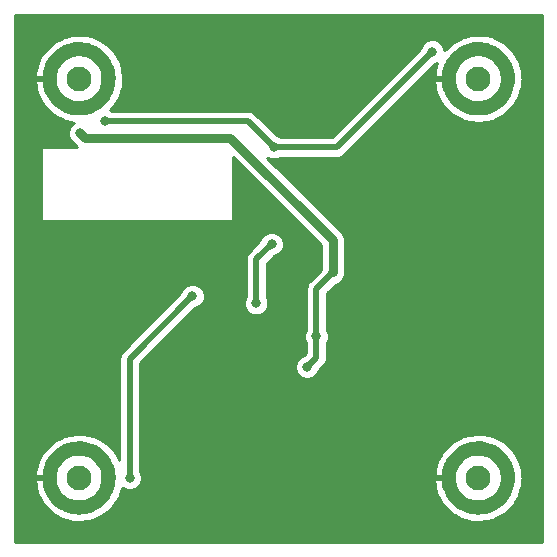
<source format=gbr>
G04 #@! TF.GenerationSoftware,KiCad,Pcbnew,(6.0.0-rc1-dev-557-ge985f797c)*
G04 #@! TF.CreationDate,2018-10-28T11:13:31+01:00*
G04 #@! TF.ProjectId,GIRA ESP8266 Jalousiesteuerung,474952412045535038323636204A616C,1.0*
G04 #@! TF.SameCoordinates,Original*
G04 #@! TF.FileFunction,Copper,L2,Bot,Signal*
G04 #@! TF.FilePolarity,Positive*
%FSLAX46Y46*%
G04 Gerber Fmt 4.6, Leading zero omitted, Abs format (unit mm)*
G04 Created by KiCad (PCBNEW (6.0.0-rc1-dev-557-ge985f797c)) date 10/28/18 11:13:31*
%MOMM*%
%LPD*%
G01*
G04 APERTURE LIST*
G04 #@! TA.AperFunction,SMDPad,CuDef*
%ADD10C,1.000000*%
G04 #@! TD*
G04 #@! TA.AperFunction,Conductor*
%ADD11C,0.100000*%
G04 #@! TD*
G04 #@! TA.AperFunction,ComponentPad*
%ADD12C,2.100000*%
G04 #@! TD*
G04 #@! TA.AperFunction,ViaPad*
%ADD13C,0.800000*%
G04 #@! TD*
G04 #@! TA.AperFunction,Conductor*
%ADD14C,0.500000*%
G04 #@! TD*
G04 #@! TA.AperFunction,Conductor*
%ADD15C,0.750000*%
G04 #@! TD*
G04 #@! TA.AperFunction,Conductor*
%ADD16C,0.254000*%
G04 #@! TD*
G04 APERTURE END LIST*
D10*
G04 #@! TO.P,S1,2*
G04 #@! TO.N,GND*
X53600000Y-56100000D03*
D11*
G04 #@! TD*
G04 #@! TO.N,GND*
G04 #@! TO.C,S1*
G36*
X56337829Y-53009136D02*
X56638309Y-53047096D01*
X56933651Y-53114196D01*
X57221036Y-53209796D01*
X57497720Y-53332984D01*
X57761063Y-53482583D01*
X58008551Y-53657167D01*
X58237821Y-53855067D01*
X58446685Y-54074396D01*
X58633149Y-54313060D01*
X58795434Y-54568780D01*
X58931991Y-54839116D01*
X59041516Y-55121488D01*
X59122963Y-55413200D01*
X59175556Y-55711467D01*
X59198791Y-56013443D01*
X59200000Y-56100000D01*
X59185205Y-56402507D01*
X59140961Y-56702126D01*
X59067690Y-56995999D01*
X58966093Y-57281318D01*
X58837138Y-57555362D01*
X58682056Y-57815514D01*
X58502328Y-58059291D01*
X58299669Y-58284366D01*
X58076014Y-58488591D01*
X57833498Y-58670016D01*
X57574435Y-58826911D01*
X57301298Y-58957776D01*
X57016695Y-59061363D01*
X56723342Y-59136683D01*
X56424038Y-59183018D01*
X56121642Y-59199924D01*
X55819039Y-59187242D01*
X55519118Y-59145090D01*
X55224741Y-59073873D01*
X54938720Y-58974270D01*
X54663782Y-58847231D01*
X54402554Y-58693969D01*
X54157528Y-58515948D01*
X53931044Y-58314865D01*
X53725262Y-58092642D01*
X53542148Y-57851398D01*
X53383449Y-57593436D01*
X53250680Y-57321220D01*
X53145109Y-57037347D01*
X53067742Y-56744526D01*
X53019319Y-56445554D01*
X53000302Y-56143283D01*
X53002739Y-56073472D01*
X54200185Y-56073472D01*
X54206664Y-56258988D01*
X54231214Y-56442986D01*
X54273603Y-56623711D01*
X54333425Y-56799437D01*
X54410109Y-56968486D01*
X54502923Y-57129246D01*
X54610982Y-57280181D01*
X54733254Y-57419851D01*
X54868572Y-57546923D01*
X55015644Y-57660183D01*
X55173067Y-57758552D01*
X55339337Y-57841089D01*
X55512868Y-57907007D01*
X55692003Y-57955677D01*
X55875032Y-57986634D01*
X56060209Y-57999583D01*
X56245766Y-57994400D01*
X56429932Y-57971135D01*
X56610948Y-57930009D01*
X56787087Y-57871415D01*
X56956667Y-57795913D01*
X57118071Y-57704223D01*
X57269757Y-57597220D01*
X57410277Y-57475927D01*
X57538291Y-57341499D01*
X57652575Y-57195221D01*
X57752040Y-57038490D01*
X57835736Y-56872800D01*
X57902864Y-56699733D01*
X57952784Y-56520942D01*
X57985018Y-56338133D01*
X57999259Y-56153051D01*
X58000000Y-56100000D01*
X57990932Y-55914592D01*
X57963815Y-55730955D01*
X57918907Y-55550840D01*
X57856637Y-55375966D01*
X57777600Y-55208004D01*
X57682550Y-55048556D01*
X57572395Y-54899144D01*
X57448184Y-54761195D01*
X57311106Y-54636025D01*
X57162467Y-54524829D01*
X57003686Y-54428668D01*
X56836280Y-54348460D01*
X56661845Y-54284971D01*
X56482048Y-54238807D01*
X56298604Y-54210408D01*
X56113264Y-54200046D01*
X55927798Y-54207820D01*
X55743976Y-54233654D01*
X55563551Y-54277303D01*
X55388247Y-54338351D01*
X55219738Y-54416213D01*
X55059630Y-54510148D01*
X54909453Y-54619258D01*
X54770640Y-54742502D01*
X54644516Y-54878704D01*
X54532284Y-55026563D01*
X54435017Y-55184668D01*
X54353643Y-55351510D01*
X54288938Y-55525497D01*
X54241520Y-55704968D01*
X54211841Y-55888209D01*
X54200185Y-56073472D01*
X53002739Y-56073472D01*
X53010872Y-55840599D01*
X53050928Y-55540391D01*
X53120089Y-55245524D01*
X53217693Y-54958814D01*
X53342809Y-54682996D01*
X53494244Y-54420705D01*
X53670550Y-54174442D01*
X53870047Y-53946559D01*
X54090828Y-53739231D01*
X54330788Y-53554437D01*
X54587635Y-53393942D01*
X54858918Y-53259276D01*
X55142047Y-53151725D01*
X55434320Y-53072316D01*
X55732948Y-53021807D01*
X56035078Y-53000680D01*
X56337829Y-53009136D01*
X56337829Y-53009136D01*
G37*
D12*
G04 #@! TO.P,S1,1*
G04 #@! TO.N,Net-(S1-Pad1)*
X56100000Y-56100000D03*
G04 #@! TD*
D10*
G04 #@! TO.P,S2,2*
G04 #@! TO.N,GND*
X87400000Y-56100000D03*
D11*
G04 #@! TD*
G04 #@! TO.N,GND*
G04 #@! TO.C,S2*
G36*
X90137829Y-53009136D02*
X90438309Y-53047096D01*
X90733651Y-53114196D01*
X91021036Y-53209796D01*
X91297720Y-53332984D01*
X91561063Y-53482583D01*
X91808551Y-53657167D01*
X92037821Y-53855067D01*
X92246685Y-54074396D01*
X92433149Y-54313060D01*
X92595434Y-54568780D01*
X92731991Y-54839116D01*
X92841516Y-55121488D01*
X92922963Y-55413200D01*
X92975556Y-55711467D01*
X92998791Y-56013443D01*
X93000000Y-56100000D01*
X92985205Y-56402507D01*
X92940961Y-56702126D01*
X92867690Y-56995999D01*
X92766093Y-57281318D01*
X92637138Y-57555362D01*
X92482056Y-57815514D01*
X92302328Y-58059291D01*
X92099669Y-58284366D01*
X91876014Y-58488591D01*
X91633498Y-58670016D01*
X91374435Y-58826911D01*
X91101298Y-58957776D01*
X90816695Y-59061363D01*
X90523342Y-59136683D01*
X90224038Y-59183018D01*
X89921642Y-59199924D01*
X89619039Y-59187242D01*
X89319118Y-59145090D01*
X89024741Y-59073873D01*
X88738720Y-58974270D01*
X88463782Y-58847231D01*
X88202554Y-58693969D01*
X87957528Y-58515948D01*
X87731044Y-58314865D01*
X87525262Y-58092642D01*
X87342148Y-57851398D01*
X87183449Y-57593436D01*
X87050680Y-57321220D01*
X86945109Y-57037347D01*
X86867742Y-56744526D01*
X86819319Y-56445554D01*
X86800302Y-56143283D01*
X86802739Y-56073472D01*
X88000185Y-56073472D01*
X88006664Y-56258988D01*
X88031214Y-56442986D01*
X88073603Y-56623711D01*
X88133425Y-56799437D01*
X88210109Y-56968486D01*
X88302923Y-57129246D01*
X88410982Y-57280181D01*
X88533254Y-57419851D01*
X88668572Y-57546923D01*
X88815644Y-57660183D01*
X88973067Y-57758552D01*
X89139337Y-57841089D01*
X89312868Y-57907007D01*
X89492003Y-57955677D01*
X89675032Y-57986634D01*
X89860209Y-57999583D01*
X90045766Y-57994400D01*
X90229932Y-57971135D01*
X90410948Y-57930009D01*
X90587087Y-57871415D01*
X90756667Y-57795913D01*
X90918071Y-57704223D01*
X91069757Y-57597220D01*
X91210277Y-57475927D01*
X91338291Y-57341499D01*
X91452575Y-57195221D01*
X91552040Y-57038490D01*
X91635736Y-56872800D01*
X91702864Y-56699733D01*
X91752784Y-56520942D01*
X91785018Y-56338133D01*
X91799259Y-56153051D01*
X91800000Y-56100000D01*
X91790932Y-55914592D01*
X91763815Y-55730955D01*
X91718907Y-55550840D01*
X91656637Y-55375966D01*
X91577600Y-55208004D01*
X91482550Y-55048556D01*
X91372395Y-54899144D01*
X91248184Y-54761195D01*
X91111106Y-54636025D01*
X90962467Y-54524829D01*
X90803686Y-54428668D01*
X90636280Y-54348460D01*
X90461845Y-54284971D01*
X90282048Y-54238807D01*
X90098604Y-54210408D01*
X89913264Y-54200046D01*
X89727798Y-54207820D01*
X89543976Y-54233654D01*
X89363551Y-54277303D01*
X89188247Y-54338351D01*
X89019738Y-54416213D01*
X88859630Y-54510148D01*
X88709453Y-54619258D01*
X88570640Y-54742502D01*
X88444516Y-54878704D01*
X88332284Y-55026563D01*
X88235017Y-55184668D01*
X88153643Y-55351510D01*
X88088938Y-55525497D01*
X88041520Y-55704968D01*
X88011841Y-55888209D01*
X88000185Y-56073472D01*
X86802739Y-56073472D01*
X86810872Y-55840599D01*
X86850928Y-55540391D01*
X86920089Y-55245524D01*
X87017693Y-54958814D01*
X87142809Y-54682996D01*
X87294244Y-54420705D01*
X87470550Y-54174442D01*
X87670047Y-53946559D01*
X87890828Y-53739231D01*
X88130788Y-53554437D01*
X88387635Y-53393942D01*
X88658918Y-53259276D01*
X88942047Y-53151725D01*
X89234320Y-53072316D01*
X89532948Y-53021807D01*
X89835078Y-53000680D01*
X90137829Y-53009136D01*
X90137829Y-53009136D01*
G37*
D12*
G04 #@! TO.P,S2,1*
G04 #@! TO.N,Net-(S1-Pad1)*
X89900000Y-56100000D03*
G04 #@! TD*
D10*
G04 #@! TO.P,S3,2*
G04 #@! TO.N,GND*
X53600000Y-89900000D03*
D11*
G04 #@! TD*
G04 #@! TO.N,GND*
G04 #@! TO.C,S3*
G36*
X56337829Y-86809136D02*
X56638309Y-86847096D01*
X56933651Y-86914196D01*
X57221036Y-87009796D01*
X57497720Y-87132984D01*
X57761063Y-87282583D01*
X58008551Y-87457167D01*
X58237821Y-87655067D01*
X58446685Y-87874396D01*
X58633149Y-88113060D01*
X58795434Y-88368780D01*
X58931991Y-88639116D01*
X59041516Y-88921488D01*
X59122963Y-89213200D01*
X59175556Y-89511467D01*
X59198791Y-89813443D01*
X59200000Y-89900000D01*
X59185205Y-90202507D01*
X59140961Y-90502126D01*
X59067690Y-90795999D01*
X58966093Y-91081318D01*
X58837138Y-91355362D01*
X58682056Y-91615514D01*
X58502328Y-91859291D01*
X58299669Y-92084366D01*
X58076014Y-92288591D01*
X57833498Y-92470016D01*
X57574435Y-92626911D01*
X57301298Y-92757776D01*
X57016695Y-92861363D01*
X56723342Y-92936683D01*
X56424038Y-92983018D01*
X56121642Y-92999924D01*
X55819039Y-92987242D01*
X55519118Y-92945090D01*
X55224741Y-92873873D01*
X54938720Y-92774270D01*
X54663782Y-92647231D01*
X54402554Y-92493969D01*
X54157528Y-92315948D01*
X53931044Y-92114865D01*
X53725262Y-91892642D01*
X53542148Y-91651398D01*
X53383449Y-91393436D01*
X53250680Y-91121220D01*
X53145109Y-90837347D01*
X53067742Y-90544526D01*
X53019319Y-90245554D01*
X53000302Y-89943283D01*
X53002739Y-89873472D01*
X54200185Y-89873472D01*
X54206664Y-90058988D01*
X54231214Y-90242986D01*
X54273603Y-90423711D01*
X54333425Y-90599437D01*
X54410109Y-90768486D01*
X54502923Y-90929246D01*
X54610982Y-91080181D01*
X54733254Y-91219851D01*
X54868572Y-91346923D01*
X55015644Y-91460183D01*
X55173067Y-91558552D01*
X55339337Y-91641089D01*
X55512868Y-91707007D01*
X55692003Y-91755677D01*
X55875032Y-91786634D01*
X56060209Y-91799583D01*
X56245766Y-91794400D01*
X56429932Y-91771135D01*
X56610948Y-91730009D01*
X56787087Y-91671415D01*
X56956667Y-91595913D01*
X57118071Y-91504223D01*
X57269757Y-91397220D01*
X57410277Y-91275927D01*
X57538291Y-91141499D01*
X57652575Y-90995221D01*
X57752040Y-90838490D01*
X57835736Y-90672800D01*
X57902864Y-90499733D01*
X57952784Y-90320942D01*
X57985018Y-90138133D01*
X57999259Y-89953051D01*
X58000000Y-89900000D01*
X57990932Y-89714592D01*
X57963815Y-89530955D01*
X57918907Y-89350840D01*
X57856637Y-89175966D01*
X57777600Y-89008004D01*
X57682550Y-88848556D01*
X57572395Y-88699144D01*
X57448184Y-88561195D01*
X57311106Y-88436025D01*
X57162467Y-88324829D01*
X57003686Y-88228668D01*
X56836280Y-88148460D01*
X56661845Y-88084971D01*
X56482048Y-88038807D01*
X56298604Y-88010408D01*
X56113264Y-88000046D01*
X55927798Y-88007820D01*
X55743976Y-88033654D01*
X55563551Y-88077303D01*
X55388247Y-88138351D01*
X55219738Y-88216213D01*
X55059630Y-88310148D01*
X54909453Y-88419258D01*
X54770640Y-88542502D01*
X54644516Y-88678704D01*
X54532284Y-88826563D01*
X54435017Y-88984668D01*
X54353643Y-89151510D01*
X54288938Y-89325497D01*
X54241520Y-89504968D01*
X54211841Y-89688209D01*
X54200185Y-89873472D01*
X53002739Y-89873472D01*
X53010872Y-89640599D01*
X53050928Y-89340391D01*
X53120089Y-89045524D01*
X53217693Y-88758814D01*
X53342809Y-88482996D01*
X53494244Y-88220705D01*
X53670550Y-87974442D01*
X53870047Y-87746559D01*
X54090828Y-87539231D01*
X54330788Y-87354437D01*
X54587635Y-87193942D01*
X54858918Y-87059276D01*
X55142047Y-86951725D01*
X55434320Y-86872316D01*
X55732948Y-86821807D01*
X56035078Y-86800680D01*
X56337829Y-86809136D01*
X56337829Y-86809136D01*
G37*
D12*
G04 #@! TO.P,S3,1*
G04 #@! TO.N,Net-(S3-Pad1)*
X56100000Y-89900000D03*
G04 #@! TD*
D10*
G04 #@! TO.P,S4,2*
G04 #@! TO.N,GND*
X87400000Y-89900000D03*
D11*
G04 #@! TD*
G04 #@! TO.N,GND*
G04 #@! TO.C,S4*
G36*
X90137829Y-86809136D02*
X90438309Y-86847096D01*
X90733651Y-86914196D01*
X91021036Y-87009796D01*
X91297720Y-87132984D01*
X91561063Y-87282583D01*
X91808551Y-87457167D01*
X92037821Y-87655067D01*
X92246685Y-87874396D01*
X92433149Y-88113060D01*
X92595434Y-88368780D01*
X92731991Y-88639116D01*
X92841516Y-88921488D01*
X92922963Y-89213200D01*
X92975556Y-89511467D01*
X92998791Y-89813443D01*
X93000000Y-89900000D01*
X92985205Y-90202507D01*
X92940961Y-90502126D01*
X92867690Y-90795999D01*
X92766093Y-91081318D01*
X92637138Y-91355362D01*
X92482056Y-91615514D01*
X92302328Y-91859291D01*
X92099669Y-92084366D01*
X91876014Y-92288591D01*
X91633498Y-92470016D01*
X91374435Y-92626911D01*
X91101298Y-92757776D01*
X90816695Y-92861363D01*
X90523342Y-92936683D01*
X90224038Y-92983018D01*
X89921642Y-92999924D01*
X89619039Y-92987242D01*
X89319118Y-92945090D01*
X89024741Y-92873873D01*
X88738720Y-92774270D01*
X88463782Y-92647231D01*
X88202554Y-92493969D01*
X87957528Y-92315948D01*
X87731044Y-92114865D01*
X87525262Y-91892642D01*
X87342148Y-91651398D01*
X87183449Y-91393436D01*
X87050680Y-91121220D01*
X86945109Y-90837347D01*
X86867742Y-90544526D01*
X86819319Y-90245554D01*
X86800302Y-89943283D01*
X86802739Y-89873472D01*
X88000185Y-89873472D01*
X88006664Y-90058988D01*
X88031214Y-90242986D01*
X88073603Y-90423711D01*
X88133425Y-90599437D01*
X88210109Y-90768486D01*
X88302923Y-90929246D01*
X88410982Y-91080181D01*
X88533254Y-91219851D01*
X88668572Y-91346923D01*
X88815644Y-91460183D01*
X88973067Y-91558552D01*
X89139337Y-91641089D01*
X89312868Y-91707007D01*
X89492003Y-91755677D01*
X89675032Y-91786634D01*
X89860209Y-91799583D01*
X90045766Y-91794400D01*
X90229932Y-91771135D01*
X90410948Y-91730009D01*
X90587087Y-91671415D01*
X90756667Y-91595913D01*
X90918071Y-91504223D01*
X91069757Y-91397220D01*
X91210277Y-91275927D01*
X91338291Y-91141499D01*
X91452575Y-90995221D01*
X91552040Y-90838490D01*
X91635736Y-90672800D01*
X91702864Y-90499733D01*
X91752784Y-90320942D01*
X91785018Y-90138133D01*
X91799259Y-89953051D01*
X91800000Y-89900000D01*
X91790932Y-89714592D01*
X91763815Y-89530955D01*
X91718907Y-89350840D01*
X91656637Y-89175966D01*
X91577600Y-89008004D01*
X91482550Y-88848556D01*
X91372395Y-88699144D01*
X91248184Y-88561195D01*
X91111106Y-88436025D01*
X90962467Y-88324829D01*
X90803686Y-88228668D01*
X90636280Y-88148460D01*
X90461845Y-88084971D01*
X90282048Y-88038807D01*
X90098604Y-88010408D01*
X89913264Y-88000046D01*
X89727798Y-88007820D01*
X89543976Y-88033654D01*
X89363551Y-88077303D01*
X89188247Y-88138351D01*
X89019738Y-88216213D01*
X88859630Y-88310148D01*
X88709453Y-88419258D01*
X88570640Y-88542502D01*
X88444516Y-88678704D01*
X88332284Y-88826563D01*
X88235017Y-88984668D01*
X88153643Y-89151510D01*
X88088938Y-89325497D01*
X88041520Y-89504968D01*
X88011841Y-89688209D01*
X88000185Y-89873472D01*
X86802739Y-89873472D01*
X86810872Y-89640599D01*
X86850928Y-89340391D01*
X86920089Y-89045524D01*
X87017693Y-88758814D01*
X87142809Y-88482996D01*
X87294244Y-88220705D01*
X87470550Y-87974442D01*
X87670047Y-87746559D01*
X87890828Y-87539231D01*
X88130788Y-87354437D01*
X88387635Y-87193942D01*
X88658918Y-87059276D01*
X88942047Y-86951725D01*
X89234320Y-86872316D01*
X89532948Y-86821807D01*
X89835078Y-86800680D01*
X90137829Y-86809136D01*
X90137829Y-86809136D01*
G37*
D12*
G04 #@! TO.P,S4,1*
G04 #@! TO.N,Net-(S3-Pad1)*
X89900000Y-89900000D03*
G04 #@! TD*
D13*
G04 #@! TO.N,GND*
X56000000Y-52000000D03*
X90000000Y-52000000D03*
X90000000Y-85600000D03*
X52500000Y-87500000D03*
X68000000Y-57000000D03*
X62500000Y-57500000D03*
G04 #@! TO.N,+3V3*
X76200000Y-77900000D03*
X77600000Y-72500000D03*
X56200000Y-60700000D03*
X75400000Y-80500000D03*
G04 #@! TO.N,Net-(S1-Pad1)*
X86000000Y-53800000D03*
X72600000Y-61900000D03*
X72400000Y-70100000D03*
X71100000Y-75100000D03*
X58300000Y-59700000D03*
G04 #@! TO.N,Net-(S3-Pad1)*
X60400000Y-89900000D03*
X65700000Y-74500000D03*
G04 #@! TD*
D14*
G04 #@! TO.N,GND*
X87400000Y-89900000D02*
X85200000Y-89900000D01*
X53600000Y-89900000D02*
X51700000Y-89900000D01*
X53600000Y-56100000D02*
X51900000Y-56100000D01*
X87400000Y-56100000D02*
X85700000Y-56100000D01*
G04 #@! TO.N,+3V3*
X76200000Y-77900000D02*
X76200000Y-73900000D01*
X76200000Y-73900000D02*
X77600000Y-72500000D01*
D15*
X77600000Y-71934315D02*
X77600000Y-72500000D01*
X77600000Y-69786810D02*
X77600000Y-71934315D01*
X68913189Y-61099999D02*
X77600000Y-69786810D01*
X56599999Y-61099999D02*
X68913189Y-61099999D01*
X56200000Y-60700000D02*
X56599999Y-61099999D01*
D14*
X76200000Y-79700000D02*
X75400000Y-80500000D01*
X76200000Y-77900000D02*
X76200000Y-79700000D01*
G04 #@! TO.N,Net-(S1-Pad1)*
X86000000Y-53800000D02*
X77900000Y-61900000D01*
X77900000Y-61900000D02*
X72600000Y-61900000D01*
X72400000Y-70100000D02*
X71100000Y-71400000D01*
X71100000Y-71400000D02*
X71100000Y-75100000D01*
X70400000Y-59700000D02*
X72600000Y-61900000D01*
X58300000Y-59700000D02*
X70400000Y-59700000D01*
G04 #@! TO.N,Net-(S3-Pad1)*
X60400000Y-89900000D02*
X60400000Y-79800000D01*
X60400000Y-79800000D02*
X65700000Y-74500000D01*
G04 #@! TD*
D16*
G04 #@! TO.N,GND*
G36*
X95340001Y-95340000D02*
X50660000Y-95340000D01*
X50660000Y-89889108D01*
X52355133Y-89889108D01*
X52356897Y-90015452D01*
X52424337Y-90616695D01*
X52450608Y-90740292D01*
X52633546Y-91316986D01*
X52683324Y-91433127D01*
X52974792Y-91963305D01*
X53046181Y-92067565D01*
X53435077Y-92531032D01*
X53525355Y-92619439D01*
X53996865Y-92998543D01*
X54102597Y-93067733D01*
X54638763Y-93348034D01*
X54755921Y-93395368D01*
X55336319Y-93566188D01*
X55460439Y-93589865D01*
X56062963Y-93644699D01*
X56189318Y-93643817D01*
X56791018Y-93580576D01*
X56914795Y-93555169D01*
X57492751Y-93376262D01*
X57609237Y-93327295D01*
X58141437Y-93039535D01*
X58246192Y-92968877D01*
X58712363Y-92583227D01*
X58801399Y-92493567D01*
X59183786Y-92024715D01*
X59253712Y-91919469D01*
X59537749Y-91385273D01*
X59585900Y-91268448D01*
X59752600Y-90716311D01*
X59813720Y-90777431D01*
X60194126Y-90935000D01*
X60605874Y-90935000D01*
X60986280Y-90777431D01*
X61277431Y-90486280D01*
X61435000Y-90105874D01*
X61435000Y-89889108D01*
X86155133Y-89889108D01*
X86156897Y-90015452D01*
X86224337Y-90616695D01*
X86250608Y-90740292D01*
X86433546Y-91316986D01*
X86483324Y-91433127D01*
X86774792Y-91963305D01*
X86846181Y-92067565D01*
X87235077Y-92531032D01*
X87325355Y-92619439D01*
X87796865Y-92998543D01*
X87902597Y-93067733D01*
X88438763Y-93348034D01*
X88555921Y-93395368D01*
X89136319Y-93566188D01*
X89260439Y-93589865D01*
X89862963Y-93644699D01*
X89989318Y-93643817D01*
X90591018Y-93580576D01*
X90714795Y-93555169D01*
X91292751Y-93376262D01*
X91409237Y-93327295D01*
X91941437Y-93039535D01*
X92046192Y-92968877D01*
X92512363Y-92583227D01*
X92601399Y-92493567D01*
X92983786Y-92024715D01*
X93053712Y-91919469D01*
X93337749Y-91385273D01*
X93385900Y-91268448D01*
X93560768Y-90689256D01*
X93585311Y-90565305D01*
X93644350Y-89963179D01*
X93647377Y-89890958D01*
X93646168Y-89804401D01*
X93641126Y-89732298D01*
X93565298Y-89132055D01*
X93537303Y-89008837D01*
X93346331Y-88434753D01*
X93294937Y-88319318D01*
X92996095Y-87793262D01*
X92923258Y-87690010D01*
X92527930Y-87232017D01*
X92436425Y-87144877D01*
X91959667Y-86772393D01*
X91852979Y-86704687D01*
X91312952Y-86431900D01*
X91195145Y-86386206D01*
X90612418Y-86223506D01*
X90487980Y-86201564D01*
X89884749Y-86155148D01*
X89758419Y-86157794D01*
X89157661Y-86229430D01*
X89034249Y-86256564D01*
X88458847Y-86443524D01*
X88343059Y-86494111D01*
X87814929Y-86789272D01*
X87711169Y-86861387D01*
X87250428Y-87253509D01*
X87162652Y-87344403D01*
X86786849Y-87818549D01*
X86718400Y-87924761D01*
X86441849Y-88462870D01*
X86395334Y-88580355D01*
X86228569Y-89161932D01*
X86205759Y-89286215D01*
X86160995Y-89819296D01*
X86160995Y-89819297D01*
X86155133Y-89889108D01*
X61435000Y-89889108D01*
X61435000Y-89694126D01*
X61285000Y-89331993D01*
X61285000Y-80166578D01*
X65924148Y-75527431D01*
X66286280Y-75377431D01*
X66577431Y-75086280D01*
X66657023Y-74894126D01*
X70065000Y-74894126D01*
X70065000Y-75305874D01*
X70222569Y-75686280D01*
X70513720Y-75977431D01*
X70894126Y-76135000D01*
X71305874Y-76135000D01*
X71686280Y-75977431D01*
X71977431Y-75686280D01*
X72135000Y-75305874D01*
X72135000Y-74894126D01*
X71985000Y-74531993D01*
X71985000Y-71766578D01*
X72624148Y-71127431D01*
X72986280Y-70977431D01*
X73277431Y-70686280D01*
X73435000Y-70305874D01*
X73435000Y-69894126D01*
X73277431Y-69513720D01*
X72986280Y-69222569D01*
X72605874Y-69065000D01*
X72194126Y-69065000D01*
X71813720Y-69222569D01*
X71522569Y-69513720D01*
X71372569Y-69875852D01*
X70535847Y-70712575D01*
X70461951Y-70761951D01*
X70266348Y-71054691D01*
X70215000Y-71312836D01*
X70215000Y-71312839D01*
X70197663Y-71400000D01*
X70215000Y-71487161D01*
X70215001Y-74531991D01*
X70065000Y-74894126D01*
X66657023Y-74894126D01*
X66735000Y-74705874D01*
X66735000Y-74294126D01*
X66577431Y-73913720D01*
X66286280Y-73622569D01*
X65905874Y-73465000D01*
X65494126Y-73465000D01*
X65113720Y-73622569D01*
X64822569Y-73913720D01*
X64672569Y-74275852D01*
X59835845Y-79112577D01*
X59761952Y-79161951D01*
X59712578Y-79235844D01*
X59712576Y-79235846D01*
X59566348Y-79454691D01*
X59497663Y-79800000D01*
X59515001Y-79887165D01*
X59515000Y-88364381D01*
X59494937Y-88319318D01*
X59196095Y-87793262D01*
X59123258Y-87690010D01*
X58727930Y-87232017D01*
X58636425Y-87144877D01*
X58159667Y-86772393D01*
X58052979Y-86704687D01*
X57512952Y-86431900D01*
X57395145Y-86386206D01*
X56812418Y-86223506D01*
X56687980Y-86201564D01*
X56084749Y-86155148D01*
X55958419Y-86157794D01*
X55357661Y-86229430D01*
X55234249Y-86256564D01*
X54658847Y-86443524D01*
X54543059Y-86494111D01*
X54014929Y-86789272D01*
X53911169Y-86861387D01*
X53450428Y-87253509D01*
X53362652Y-87344403D01*
X52986849Y-87818549D01*
X52918400Y-87924761D01*
X52641849Y-88462870D01*
X52595334Y-88580355D01*
X52428569Y-89161932D01*
X52405759Y-89286215D01*
X52360995Y-89819296D01*
X52360995Y-89819297D01*
X52355133Y-89889108D01*
X50660000Y-89889108D01*
X50660000Y-56089108D01*
X52355133Y-56089108D01*
X52356897Y-56215452D01*
X52424337Y-56816695D01*
X52450608Y-56940292D01*
X52633546Y-57516986D01*
X52683324Y-57633127D01*
X52974792Y-58163305D01*
X53046181Y-58267565D01*
X53435077Y-58731032D01*
X53525355Y-58819439D01*
X53996865Y-59198543D01*
X54102597Y-59267733D01*
X54638763Y-59548034D01*
X54755921Y-59595368D01*
X55336319Y-59766188D01*
X55460439Y-59789865D01*
X55650841Y-59807193D01*
X55613720Y-59822569D01*
X55322569Y-60113720D01*
X55165000Y-60494126D01*
X55165000Y-60905874D01*
X55322569Y-61286280D01*
X55613720Y-61577431D01*
X55674077Y-61602432D01*
X55815480Y-61743834D01*
X55871830Y-61828168D01*
X55938926Y-61873000D01*
X53000000Y-61873000D01*
X52951399Y-61882667D01*
X52910197Y-61910197D01*
X52882667Y-61951399D01*
X52873000Y-62000000D01*
X52873000Y-68000000D01*
X52882667Y-68048601D01*
X52910197Y-68089803D01*
X52951399Y-68117333D01*
X53000000Y-68127000D01*
X69000000Y-68127000D01*
X69048601Y-68117333D01*
X69089803Y-68089803D01*
X69117333Y-68048601D01*
X69127000Y-68000000D01*
X69127000Y-62742165D01*
X76590000Y-70205166D01*
X76590001Y-71834835D01*
X76590000Y-71834840D01*
X76590000Y-72233771D01*
X76572569Y-72275852D01*
X75635845Y-73212577D01*
X75561952Y-73261951D01*
X75512578Y-73335844D01*
X75512576Y-73335846D01*
X75366348Y-73554691D01*
X75297663Y-73900000D01*
X75315001Y-73987165D01*
X75315000Y-77331993D01*
X75165000Y-77694126D01*
X75165000Y-78105874D01*
X75315000Y-78468008D01*
X75315001Y-79333421D01*
X75175852Y-79472569D01*
X74813720Y-79622569D01*
X74522569Y-79913720D01*
X74365000Y-80294126D01*
X74365000Y-80705874D01*
X74522569Y-81086280D01*
X74813720Y-81377431D01*
X75194126Y-81535000D01*
X75605874Y-81535000D01*
X75986280Y-81377431D01*
X76277431Y-81086280D01*
X76427431Y-80724148D01*
X76764156Y-80387423D01*
X76838049Y-80338049D01*
X76966835Y-80145309D01*
X77033652Y-80045310D01*
X77085000Y-79787165D01*
X77085000Y-79787161D01*
X77102337Y-79700000D01*
X77085000Y-79612839D01*
X77085000Y-78468007D01*
X77235000Y-78105874D01*
X77235000Y-77694126D01*
X77085000Y-77331993D01*
X77085000Y-74266578D01*
X77824148Y-73527431D01*
X78186280Y-73377431D01*
X78477431Y-73086280D01*
X78635000Y-72705874D01*
X78635000Y-72294126D01*
X78610000Y-72233771D01*
X78610000Y-69886281D01*
X78629786Y-69786810D01*
X78610000Y-69687339D01*
X78610000Y-69687334D01*
X78551399Y-69392728D01*
X78466955Y-69266348D01*
X78384518Y-69142972D01*
X78384516Y-69142970D01*
X78328169Y-69058641D01*
X78243841Y-69002295D01*
X72022693Y-62781148D01*
X72394126Y-62935000D01*
X72805874Y-62935000D01*
X73168007Y-62785000D01*
X77812839Y-62785000D01*
X77900000Y-62802337D01*
X77987161Y-62785000D01*
X77987165Y-62785000D01*
X78245310Y-62733652D01*
X78538049Y-62538049D01*
X78587425Y-62464153D01*
X86224148Y-54827430D01*
X86406620Y-54751848D01*
X86395334Y-54780355D01*
X86228569Y-55361932D01*
X86205759Y-55486215D01*
X86160995Y-56019296D01*
X86160995Y-56019297D01*
X86155133Y-56089108D01*
X86156897Y-56215452D01*
X86224337Y-56816695D01*
X86250608Y-56940292D01*
X86433546Y-57516986D01*
X86483324Y-57633127D01*
X86774792Y-58163305D01*
X86846181Y-58267565D01*
X87235077Y-58731032D01*
X87325355Y-58819439D01*
X87796865Y-59198543D01*
X87902597Y-59267733D01*
X88438763Y-59548034D01*
X88555921Y-59595368D01*
X89136319Y-59766188D01*
X89260439Y-59789865D01*
X89862963Y-59844699D01*
X89989318Y-59843817D01*
X90591018Y-59780576D01*
X90714795Y-59755169D01*
X91292751Y-59576262D01*
X91409237Y-59527295D01*
X91941437Y-59239535D01*
X92046192Y-59168877D01*
X92512363Y-58783227D01*
X92601399Y-58693567D01*
X92983786Y-58224715D01*
X93053712Y-58119469D01*
X93337749Y-57585273D01*
X93385900Y-57468448D01*
X93560768Y-56889256D01*
X93585311Y-56765305D01*
X93644350Y-56163179D01*
X93647377Y-56090958D01*
X93646168Y-56004401D01*
X93641126Y-55932298D01*
X93565298Y-55332055D01*
X93537303Y-55208837D01*
X93346331Y-54634753D01*
X93294937Y-54519318D01*
X92996095Y-53993262D01*
X92923258Y-53890010D01*
X92527930Y-53432017D01*
X92436425Y-53344877D01*
X91959667Y-52972393D01*
X91852979Y-52904687D01*
X91312952Y-52631900D01*
X91195145Y-52586206D01*
X90612418Y-52423506D01*
X90487980Y-52401564D01*
X89884749Y-52355148D01*
X89758419Y-52357794D01*
X89157661Y-52429430D01*
X89034249Y-52456564D01*
X88458847Y-52643524D01*
X88343059Y-52694111D01*
X87814929Y-52989272D01*
X87711169Y-53061387D01*
X87250428Y-53453509D01*
X87162652Y-53544403D01*
X87035000Y-53705460D01*
X87035000Y-53594126D01*
X86877431Y-53213720D01*
X86586280Y-52922569D01*
X86205874Y-52765000D01*
X85794126Y-52765000D01*
X85413720Y-52922569D01*
X85122569Y-53213720D01*
X84972570Y-53575852D01*
X77533422Y-61015000D01*
X73168007Y-61015000D01*
X72824148Y-60872569D01*
X71087425Y-59135847D01*
X71038049Y-59061951D01*
X70745310Y-58866348D01*
X70487165Y-58815000D01*
X70487161Y-58815000D01*
X70400000Y-58797663D01*
X70312839Y-58815000D01*
X58868007Y-58815000D01*
X58735369Y-58760060D01*
X58801399Y-58693567D01*
X59183786Y-58224715D01*
X59253712Y-58119469D01*
X59537749Y-57585273D01*
X59585900Y-57468448D01*
X59760768Y-56889256D01*
X59785311Y-56765305D01*
X59844350Y-56163179D01*
X59847377Y-56090958D01*
X59846168Y-56004401D01*
X59841126Y-55932298D01*
X59765298Y-55332055D01*
X59737303Y-55208837D01*
X59546331Y-54634753D01*
X59494937Y-54519318D01*
X59196095Y-53993262D01*
X59123258Y-53890010D01*
X58727930Y-53432017D01*
X58636425Y-53344877D01*
X58159667Y-52972393D01*
X58052979Y-52904687D01*
X57512952Y-52631900D01*
X57395145Y-52586206D01*
X56812418Y-52423506D01*
X56687980Y-52401564D01*
X56084749Y-52355148D01*
X55958419Y-52357794D01*
X55357661Y-52429430D01*
X55234249Y-52456564D01*
X54658847Y-52643524D01*
X54543059Y-52694111D01*
X54014929Y-52989272D01*
X53911169Y-53061387D01*
X53450428Y-53453509D01*
X53362652Y-53544403D01*
X52986849Y-54018549D01*
X52918400Y-54124761D01*
X52641849Y-54662870D01*
X52595334Y-54780355D01*
X52428569Y-55361932D01*
X52405759Y-55486215D01*
X52360995Y-56019296D01*
X52360995Y-56019297D01*
X52355133Y-56089108D01*
X50660000Y-56089108D01*
X50660000Y-50660000D01*
X95340000Y-50660000D01*
X95340001Y-95340000D01*
X95340001Y-95340000D01*
G37*
X95340001Y-95340000D02*
X50660000Y-95340000D01*
X50660000Y-89889108D01*
X52355133Y-89889108D01*
X52356897Y-90015452D01*
X52424337Y-90616695D01*
X52450608Y-90740292D01*
X52633546Y-91316986D01*
X52683324Y-91433127D01*
X52974792Y-91963305D01*
X53046181Y-92067565D01*
X53435077Y-92531032D01*
X53525355Y-92619439D01*
X53996865Y-92998543D01*
X54102597Y-93067733D01*
X54638763Y-93348034D01*
X54755921Y-93395368D01*
X55336319Y-93566188D01*
X55460439Y-93589865D01*
X56062963Y-93644699D01*
X56189318Y-93643817D01*
X56791018Y-93580576D01*
X56914795Y-93555169D01*
X57492751Y-93376262D01*
X57609237Y-93327295D01*
X58141437Y-93039535D01*
X58246192Y-92968877D01*
X58712363Y-92583227D01*
X58801399Y-92493567D01*
X59183786Y-92024715D01*
X59253712Y-91919469D01*
X59537749Y-91385273D01*
X59585900Y-91268448D01*
X59752600Y-90716311D01*
X59813720Y-90777431D01*
X60194126Y-90935000D01*
X60605874Y-90935000D01*
X60986280Y-90777431D01*
X61277431Y-90486280D01*
X61435000Y-90105874D01*
X61435000Y-89889108D01*
X86155133Y-89889108D01*
X86156897Y-90015452D01*
X86224337Y-90616695D01*
X86250608Y-90740292D01*
X86433546Y-91316986D01*
X86483324Y-91433127D01*
X86774792Y-91963305D01*
X86846181Y-92067565D01*
X87235077Y-92531032D01*
X87325355Y-92619439D01*
X87796865Y-92998543D01*
X87902597Y-93067733D01*
X88438763Y-93348034D01*
X88555921Y-93395368D01*
X89136319Y-93566188D01*
X89260439Y-93589865D01*
X89862963Y-93644699D01*
X89989318Y-93643817D01*
X90591018Y-93580576D01*
X90714795Y-93555169D01*
X91292751Y-93376262D01*
X91409237Y-93327295D01*
X91941437Y-93039535D01*
X92046192Y-92968877D01*
X92512363Y-92583227D01*
X92601399Y-92493567D01*
X92983786Y-92024715D01*
X93053712Y-91919469D01*
X93337749Y-91385273D01*
X93385900Y-91268448D01*
X93560768Y-90689256D01*
X93585311Y-90565305D01*
X93644350Y-89963179D01*
X93647377Y-89890958D01*
X93646168Y-89804401D01*
X93641126Y-89732298D01*
X93565298Y-89132055D01*
X93537303Y-89008837D01*
X93346331Y-88434753D01*
X93294937Y-88319318D01*
X92996095Y-87793262D01*
X92923258Y-87690010D01*
X92527930Y-87232017D01*
X92436425Y-87144877D01*
X91959667Y-86772393D01*
X91852979Y-86704687D01*
X91312952Y-86431900D01*
X91195145Y-86386206D01*
X90612418Y-86223506D01*
X90487980Y-86201564D01*
X89884749Y-86155148D01*
X89758419Y-86157794D01*
X89157661Y-86229430D01*
X89034249Y-86256564D01*
X88458847Y-86443524D01*
X88343059Y-86494111D01*
X87814929Y-86789272D01*
X87711169Y-86861387D01*
X87250428Y-87253509D01*
X87162652Y-87344403D01*
X86786849Y-87818549D01*
X86718400Y-87924761D01*
X86441849Y-88462870D01*
X86395334Y-88580355D01*
X86228569Y-89161932D01*
X86205759Y-89286215D01*
X86160995Y-89819296D01*
X86160995Y-89819297D01*
X86155133Y-89889108D01*
X61435000Y-89889108D01*
X61435000Y-89694126D01*
X61285000Y-89331993D01*
X61285000Y-80166578D01*
X65924148Y-75527431D01*
X66286280Y-75377431D01*
X66577431Y-75086280D01*
X66657023Y-74894126D01*
X70065000Y-74894126D01*
X70065000Y-75305874D01*
X70222569Y-75686280D01*
X70513720Y-75977431D01*
X70894126Y-76135000D01*
X71305874Y-76135000D01*
X71686280Y-75977431D01*
X71977431Y-75686280D01*
X72135000Y-75305874D01*
X72135000Y-74894126D01*
X71985000Y-74531993D01*
X71985000Y-71766578D01*
X72624148Y-71127431D01*
X72986280Y-70977431D01*
X73277431Y-70686280D01*
X73435000Y-70305874D01*
X73435000Y-69894126D01*
X73277431Y-69513720D01*
X72986280Y-69222569D01*
X72605874Y-69065000D01*
X72194126Y-69065000D01*
X71813720Y-69222569D01*
X71522569Y-69513720D01*
X71372569Y-69875852D01*
X70535847Y-70712575D01*
X70461951Y-70761951D01*
X70266348Y-71054691D01*
X70215000Y-71312836D01*
X70215000Y-71312839D01*
X70197663Y-71400000D01*
X70215000Y-71487161D01*
X70215001Y-74531991D01*
X70065000Y-74894126D01*
X66657023Y-74894126D01*
X66735000Y-74705874D01*
X66735000Y-74294126D01*
X66577431Y-73913720D01*
X66286280Y-73622569D01*
X65905874Y-73465000D01*
X65494126Y-73465000D01*
X65113720Y-73622569D01*
X64822569Y-73913720D01*
X64672569Y-74275852D01*
X59835845Y-79112577D01*
X59761952Y-79161951D01*
X59712578Y-79235844D01*
X59712576Y-79235846D01*
X59566348Y-79454691D01*
X59497663Y-79800000D01*
X59515001Y-79887165D01*
X59515000Y-88364381D01*
X59494937Y-88319318D01*
X59196095Y-87793262D01*
X59123258Y-87690010D01*
X58727930Y-87232017D01*
X58636425Y-87144877D01*
X58159667Y-86772393D01*
X58052979Y-86704687D01*
X57512952Y-86431900D01*
X57395145Y-86386206D01*
X56812418Y-86223506D01*
X56687980Y-86201564D01*
X56084749Y-86155148D01*
X55958419Y-86157794D01*
X55357661Y-86229430D01*
X55234249Y-86256564D01*
X54658847Y-86443524D01*
X54543059Y-86494111D01*
X54014929Y-86789272D01*
X53911169Y-86861387D01*
X53450428Y-87253509D01*
X53362652Y-87344403D01*
X52986849Y-87818549D01*
X52918400Y-87924761D01*
X52641849Y-88462870D01*
X52595334Y-88580355D01*
X52428569Y-89161932D01*
X52405759Y-89286215D01*
X52360995Y-89819296D01*
X52360995Y-89819297D01*
X52355133Y-89889108D01*
X50660000Y-89889108D01*
X50660000Y-56089108D01*
X52355133Y-56089108D01*
X52356897Y-56215452D01*
X52424337Y-56816695D01*
X52450608Y-56940292D01*
X52633546Y-57516986D01*
X52683324Y-57633127D01*
X52974792Y-58163305D01*
X53046181Y-58267565D01*
X53435077Y-58731032D01*
X53525355Y-58819439D01*
X53996865Y-59198543D01*
X54102597Y-59267733D01*
X54638763Y-59548034D01*
X54755921Y-59595368D01*
X55336319Y-59766188D01*
X55460439Y-59789865D01*
X55650841Y-59807193D01*
X55613720Y-59822569D01*
X55322569Y-60113720D01*
X55165000Y-60494126D01*
X55165000Y-60905874D01*
X55322569Y-61286280D01*
X55613720Y-61577431D01*
X55674077Y-61602432D01*
X55815480Y-61743834D01*
X55871830Y-61828168D01*
X55938926Y-61873000D01*
X53000000Y-61873000D01*
X52951399Y-61882667D01*
X52910197Y-61910197D01*
X52882667Y-61951399D01*
X52873000Y-62000000D01*
X52873000Y-68000000D01*
X52882667Y-68048601D01*
X52910197Y-68089803D01*
X52951399Y-68117333D01*
X53000000Y-68127000D01*
X69000000Y-68127000D01*
X69048601Y-68117333D01*
X69089803Y-68089803D01*
X69117333Y-68048601D01*
X69127000Y-68000000D01*
X69127000Y-62742165D01*
X76590000Y-70205166D01*
X76590001Y-71834835D01*
X76590000Y-71834840D01*
X76590000Y-72233771D01*
X76572569Y-72275852D01*
X75635845Y-73212577D01*
X75561952Y-73261951D01*
X75512578Y-73335844D01*
X75512576Y-73335846D01*
X75366348Y-73554691D01*
X75297663Y-73900000D01*
X75315001Y-73987165D01*
X75315000Y-77331993D01*
X75165000Y-77694126D01*
X75165000Y-78105874D01*
X75315000Y-78468008D01*
X75315001Y-79333421D01*
X75175852Y-79472569D01*
X74813720Y-79622569D01*
X74522569Y-79913720D01*
X74365000Y-80294126D01*
X74365000Y-80705874D01*
X74522569Y-81086280D01*
X74813720Y-81377431D01*
X75194126Y-81535000D01*
X75605874Y-81535000D01*
X75986280Y-81377431D01*
X76277431Y-81086280D01*
X76427431Y-80724148D01*
X76764156Y-80387423D01*
X76838049Y-80338049D01*
X76966835Y-80145309D01*
X77033652Y-80045310D01*
X77085000Y-79787165D01*
X77085000Y-79787161D01*
X77102337Y-79700000D01*
X77085000Y-79612839D01*
X77085000Y-78468007D01*
X77235000Y-78105874D01*
X77235000Y-77694126D01*
X77085000Y-77331993D01*
X77085000Y-74266578D01*
X77824148Y-73527431D01*
X78186280Y-73377431D01*
X78477431Y-73086280D01*
X78635000Y-72705874D01*
X78635000Y-72294126D01*
X78610000Y-72233771D01*
X78610000Y-69886281D01*
X78629786Y-69786810D01*
X78610000Y-69687339D01*
X78610000Y-69687334D01*
X78551399Y-69392728D01*
X78466955Y-69266348D01*
X78384518Y-69142972D01*
X78384516Y-69142970D01*
X78328169Y-69058641D01*
X78243841Y-69002295D01*
X72022693Y-62781148D01*
X72394126Y-62935000D01*
X72805874Y-62935000D01*
X73168007Y-62785000D01*
X77812839Y-62785000D01*
X77900000Y-62802337D01*
X77987161Y-62785000D01*
X77987165Y-62785000D01*
X78245310Y-62733652D01*
X78538049Y-62538049D01*
X78587425Y-62464153D01*
X86224148Y-54827430D01*
X86406620Y-54751848D01*
X86395334Y-54780355D01*
X86228569Y-55361932D01*
X86205759Y-55486215D01*
X86160995Y-56019296D01*
X86160995Y-56019297D01*
X86155133Y-56089108D01*
X86156897Y-56215452D01*
X86224337Y-56816695D01*
X86250608Y-56940292D01*
X86433546Y-57516986D01*
X86483324Y-57633127D01*
X86774792Y-58163305D01*
X86846181Y-58267565D01*
X87235077Y-58731032D01*
X87325355Y-58819439D01*
X87796865Y-59198543D01*
X87902597Y-59267733D01*
X88438763Y-59548034D01*
X88555921Y-59595368D01*
X89136319Y-59766188D01*
X89260439Y-59789865D01*
X89862963Y-59844699D01*
X89989318Y-59843817D01*
X90591018Y-59780576D01*
X90714795Y-59755169D01*
X91292751Y-59576262D01*
X91409237Y-59527295D01*
X91941437Y-59239535D01*
X92046192Y-59168877D01*
X92512363Y-58783227D01*
X92601399Y-58693567D01*
X92983786Y-58224715D01*
X93053712Y-58119469D01*
X93337749Y-57585273D01*
X93385900Y-57468448D01*
X93560768Y-56889256D01*
X93585311Y-56765305D01*
X93644350Y-56163179D01*
X93647377Y-56090958D01*
X93646168Y-56004401D01*
X93641126Y-55932298D01*
X93565298Y-55332055D01*
X93537303Y-55208837D01*
X93346331Y-54634753D01*
X93294937Y-54519318D01*
X92996095Y-53993262D01*
X92923258Y-53890010D01*
X92527930Y-53432017D01*
X92436425Y-53344877D01*
X91959667Y-52972393D01*
X91852979Y-52904687D01*
X91312952Y-52631900D01*
X91195145Y-52586206D01*
X90612418Y-52423506D01*
X90487980Y-52401564D01*
X89884749Y-52355148D01*
X89758419Y-52357794D01*
X89157661Y-52429430D01*
X89034249Y-52456564D01*
X88458847Y-52643524D01*
X88343059Y-52694111D01*
X87814929Y-52989272D01*
X87711169Y-53061387D01*
X87250428Y-53453509D01*
X87162652Y-53544403D01*
X87035000Y-53705460D01*
X87035000Y-53594126D01*
X86877431Y-53213720D01*
X86586280Y-52922569D01*
X86205874Y-52765000D01*
X85794126Y-52765000D01*
X85413720Y-52922569D01*
X85122569Y-53213720D01*
X84972570Y-53575852D01*
X77533422Y-61015000D01*
X73168007Y-61015000D01*
X72824148Y-60872569D01*
X71087425Y-59135847D01*
X71038049Y-59061951D01*
X70745310Y-58866348D01*
X70487165Y-58815000D01*
X70487161Y-58815000D01*
X70400000Y-58797663D01*
X70312839Y-58815000D01*
X58868007Y-58815000D01*
X58735369Y-58760060D01*
X58801399Y-58693567D01*
X59183786Y-58224715D01*
X59253712Y-58119469D01*
X59537749Y-57585273D01*
X59585900Y-57468448D01*
X59760768Y-56889256D01*
X59785311Y-56765305D01*
X59844350Y-56163179D01*
X59847377Y-56090958D01*
X59846168Y-56004401D01*
X59841126Y-55932298D01*
X59765298Y-55332055D01*
X59737303Y-55208837D01*
X59546331Y-54634753D01*
X59494937Y-54519318D01*
X59196095Y-53993262D01*
X59123258Y-53890010D01*
X58727930Y-53432017D01*
X58636425Y-53344877D01*
X58159667Y-52972393D01*
X58052979Y-52904687D01*
X57512952Y-52631900D01*
X57395145Y-52586206D01*
X56812418Y-52423506D01*
X56687980Y-52401564D01*
X56084749Y-52355148D01*
X55958419Y-52357794D01*
X55357661Y-52429430D01*
X55234249Y-52456564D01*
X54658847Y-52643524D01*
X54543059Y-52694111D01*
X54014929Y-52989272D01*
X53911169Y-53061387D01*
X53450428Y-53453509D01*
X53362652Y-53544403D01*
X52986849Y-54018549D01*
X52918400Y-54124761D01*
X52641849Y-54662870D01*
X52595334Y-54780355D01*
X52428569Y-55361932D01*
X52405759Y-55486215D01*
X52360995Y-56019296D01*
X52360995Y-56019297D01*
X52355133Y-56089108D01*
X50660000Y-56089108D01*
X50660000Y-50660000D01*
X95340000Y-50660000D01*
X95340001Y-95340000D01*
G04 #@! TD*
M02*

</source>
